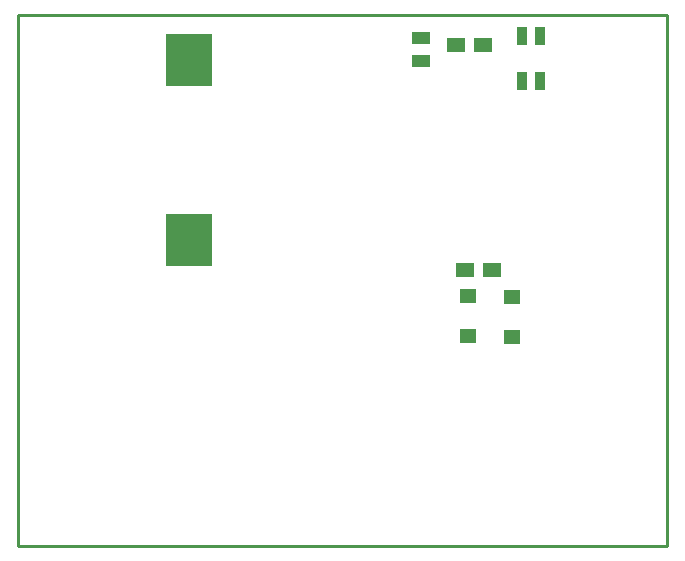
<source format=gbp>
G04*
G04 #@! TF.GenerationSoftware,Altium Limited,Altium Designer,19.0.10 (269)*
G04*
G04 Layer_Color=128*
%FSLAX25Y25*%
%MOIN*%
G70*
G01*
G75*
%ADD10C,0.01000*%
%ADD24R,0.06102X0.03937*%
%ADD26R,0.06000X0.05000*%
%ADD87R,0.15748X0.17717*%
%ADD88R,0.05512X0.04724*%
%ADD89R,0.03543X0.05906*%
D10*
X0Y0D02*
Y177165D01*
Y0D02*
X216535D01*
Y177165D01*
X0D02*
X216535D01*
D24*
X134500Y169500D02*
D03*
Y161626D02*
D03*
D26*
X158000Y92000D02*
D03*
X149000D02*
D03*
X146000Y167000D02*
D03*
X155000D02*
D03*
D87*
X57000Y161900D02*
D03*
Y101900D02*
D03*
D88*
X150000Y83500D02*
D03*
Y70114D02*
D03*
X164563Y69752D02*
D03*
Y83138D02*
D03*
D89*
X174000Y155000D02*
D03*
Y169961D02*
D03*
X168094D02*
D03*
Y155000D02*
D03*
M02*

</source>
